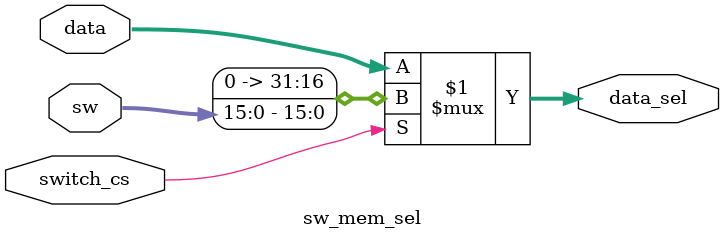
<source format=v>
`timescale 1ns / 1ps
module sw_mem_sel(
    input  switch_cs,
	 input [15:0] sw,
	 input [31:0] data,
	 output [31:0] data_sel
    );

    assign data_sel = (switch_cs) ? {16'b0, sw[15:0]} : data;
endmodule

</source>
